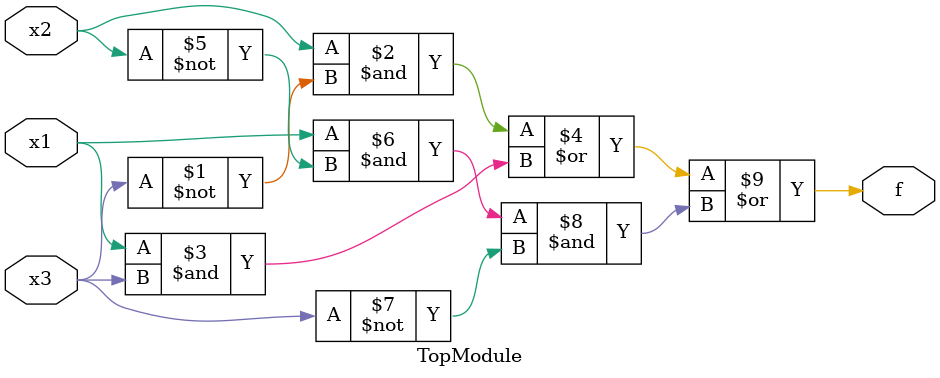
<source format=sv>
module TopModule(
    input logic x3,
    input logic x2,
    input logic x1,
    output logic f
);
    // Implementing the logic based on the truth table
    assign f = (x2 & ~x3) | (x1 & x3) | (x1 & ~x2 & ~x3);
endmodule
</source>
